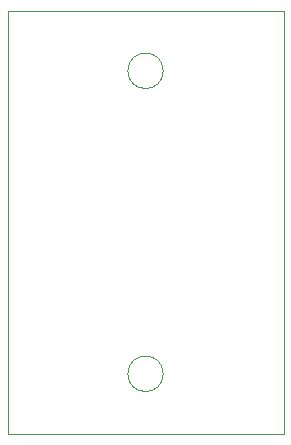
<source format=gbr>
%TF.GenerationSoftware,KiCad,Pcbnew,(6.0.1)*%
%TF.CreationDate,2022-02-05T19:44:41+08:00*%
%TF.ProjectId,Type-C_Ext,54797065-2d43-45f4-9578-742e6b696361,rev?*%
%TF.SameCoordinates,Original*%
%TF.FileFunction,Profile,NP*%
%FSLAX46Y46*%
G04 Gerber Fmt 4.6, Leading zero omitted, Abs format (unit mm)*
G04 Created by KiCad (PCBNEW (6.0.1)) date 2022-02-05 19:44:41*
%MOMM*%
%LPD*%
G01*
G04 APERTURE LIST*
%TA.AperFunction,Profile*%
%ADD10C,0.100000*%
%TD*%
G04 APERTURE END LIST*
D10*
X116562000Y-76708000D02*
G75*
G03*
X116562000Y-76708000I-1500000J0D01*
G01*
X116562000Y-102362000D02*
G75*
G03*
X116562000Y-102362000I-1500000J0D01*
G01*
X103378000Y-107442000D02*
X126746000Y-107442000D01*
X126746000Y-107442000D02*
X126746000Y-71628000D01*
X126746000Y-71628000D02*
X103378000Y-71628000D01*
X103378000Y-71628000D02*
X103378000Y-107442000D01*
M02*

</source>
